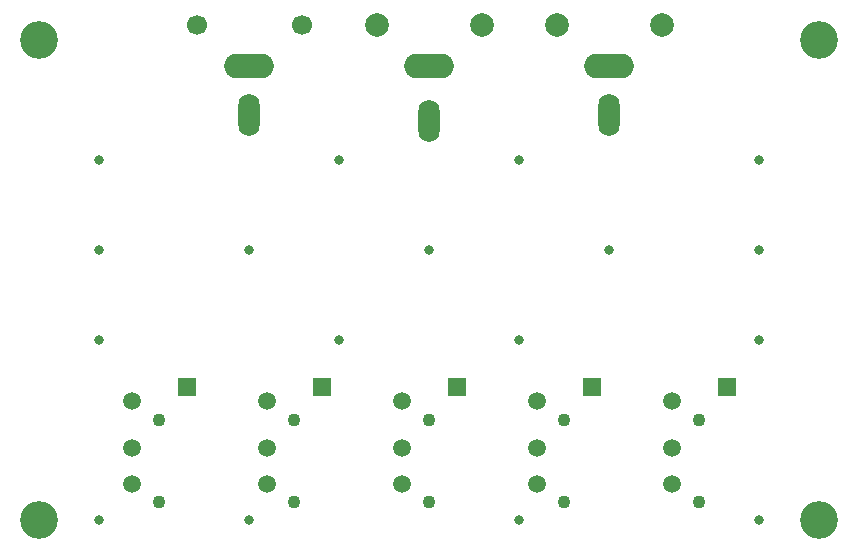
<source format=gts>
G04 #@! TF.GenerationSoftware,KiCad,Pcbnew,(5.1.8)-1*
G04 #@! TF.CreationDate,2023-05-29T22:24:53+09:00*
G04 #@! TF.ProjectId,OMTPCTIA,4f4d5450-4354-4494-912e-6b696361645f,rev?*
G04 #@! TF.SameCoordinates,PX9157080PY791ddc0*
G04 #@! TF.FileFunction,Soldermask,Top*
G04 #@! TF.FilePolarity,Negative*
%FSLAX46Y46*%
G04 Gerber Fmt 4.6, Leading zero omitted, Abs format (unit mm)*
G04 Created by KiCad (PCBNEW (5.1.8)-1) date 2023-05-29 22:24:53*
%MOMM*%
%LPD*%
G01*
G04 APERTURE LIST*
%ADD10C,1.100000*%
%ADD11C,1.500000*%
%ADD12R,1.500000X1.500000*%
%ADD13C,2.000000*%
%ADD14O,1.800000X3.600000*%
%ADD15O,4.200000X2.100000*%
%ADD16C,1.700000*%
%ADD17C,3.200000*%
%ADD18C,0.800000*%
G04 APERTURE END LIST*
D10*
X24765000Y4655000D03*
X24765000Y11655000D03*
D11*
X22465000Y9255000D03*
D12*
X27065000Y14455000D03*
D11*
X22465000Y6255000D03*
X22465000Y13255000D03*
D10*
X47625000Y4655000D03*
X47625000Y11655000D03*
D11*
X45325000Y9255000D03*
D12*
X49925000Y14455000D03*
D11*
X45325000Y6255000D03*
X45325000Y13255000D03*
D10*
X36195000Y4655000D03*
X36195000Y11655000D03*
D11*
X33895000Y9255000D03*
D12*
X38495000Y14455000D03*
D11*
X33895000Y6255000D03*
X33895000Y13255000D03*
D10*
X59055000Y4655000D03*
X59055000Y11655000D03*
D11*
X56755000Y9255000D03*
D12*
X61355000Y14455000D03*
D11*
X56755000Y6255000D03*
X56755000Y13255000D03*
D10*
X13335000Y4655000D03*
X13335000Y11655000D03*
D11*
X11035000Y9255000D03*
D12*
X15635000Y14455000D03*
D11*
X11035000Y6255000D03*
X11035000Y13255000D03*
D13*
X31750000Y45085000D03*
X40640000Y45085000D03*
D14*
X36195000Y36995000D03*
D15*
X36195000Y41595000D03*
D13*
X46990000Y45085000D03*
X55880000Y45085000D03*
D14*
X51435000Y37465000D03*
D15*
X51435000Y41595000D03*
D16*
X16510000Y45085000D03*
X25400000Y45085000D03*
D14*
X20955000Y37465000D03*
D15*
X20955000Y41595000D03*
D17*
X69215000Y43815000D03*
X3175000Y43815000D03*
X69215000Y3175000D03*
X3175000Y3175000D03*
D18*
X51435000Y26035000D03*
X36195000Y26035000D03*
X20955000Y26035000D03*
X8255000Y26035000D03*
X64135000Y26035000D03*
X64135000Y18415000D03*
X8255000Y18415000D03*
X8255000Y33655000D03*
X64135000Y33655000D03*
X43815000Y33655000D03*
X28575000Y33655000D03*
X28575000Y18415000D03*
X43815000Y18415000D03*
X20955000Y3175000D03*
X43815000Y3175000D03*
X64135000Y3175000D03*
X8255000Y3175000D03*
M02*

</source>
